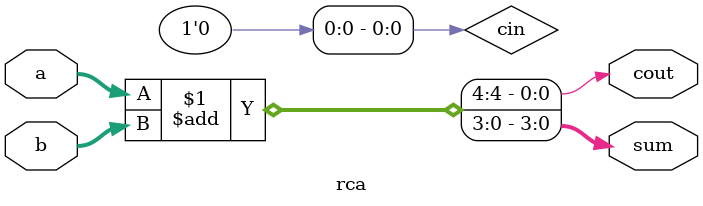
<source format=v>

module rca #(parameter SIZE = 4, parameter MY_SUM = 0) (
    input [SIZE-1:0] a,
    input [SIZE-1:0] b,
    output [SIZE-1:0] sum,
    output cout
);

    /*
        1111
        1111
       +____
       11110
    */

    wire [SIZE:0] cin;
    assign cin[0] = 4'b0;

    genvar i;
    generate
        if(MY_SUM) begin
            for (i=0; i<SIZE; i=i+1) begin : full_adder
                fa fa0(
                    .a    (a[i])  ,
                    .b    (b[i])  ,
                    .cin  (cin[i])  ,
                    .cout (cin[i+1]),
                    .sum  (sum[i])
                );
            end
            assign cout = cin[SIZE];
        end else begin
            assign  {cout, sum}= a +b;
        end
    endgenerate


endmodule
</source>
